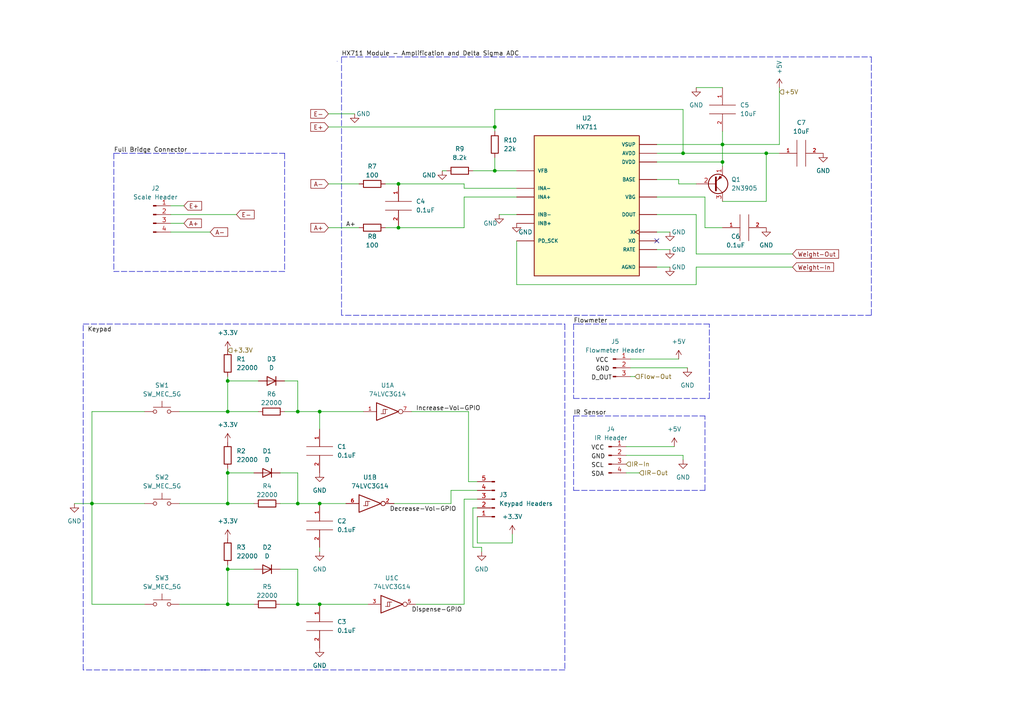
<source format=kicad_sch>
(kicad_sch (version 20211123) (generator eeschema)
  (paper "A4")
  (lib_symbols
    (symbol "74xGxx:74LVC3G14" (pin_names (offset 1.016))
      (property "Reference" "U" (at -2.54 3.81 0))
      (property "Value" "74LVC3G14" (at 0 -3.81 0))
      (symbol "74LVC3G14_0_1"
        (polyline (pts (xy -1.905 -0.635) (xy -1.27 -0.635) (xy -1.27 0.635)))
        (polyline (pts (xy -3.81 2.54) (xy -3.81 -2.54) (xy 2.54 0) (xy -3.81 2.54)) (stroke (width 0.254)))
        (polyline (pts (xy -2.54 -0.635) (xy -1.905 -0.635) (xy -1.905 0.635) (xy -0.635 0.635)))
        (pin power_in line (at 0 -2.54 270) (length 0) hide (name "GND") (number "4"))
        (pin power_in line (at 0 2.54 90) (length 0) hide (name "VCC") (number "8"))
      )
      (symbol "74LVC3G14_1_1"
        (pin input line (at -7.62 0 0) (length 3.81) (name "~") (number "1"))
        (pin output inverted (at 6.35 0 180) (length 3.81) (name "~") (number "7"))
      )
      (symbol "74LVC3G14_2_1"
        (pin output inverted (at 6.35 0 180) (length 3.81) (name "~") (number "2"))
        (pin input line (at -7.62 0 0) (length 3.81) (name "~") (number "6"))
      )
      (symbol "74LVC3G14_3_1"
        (pin input line (at -7.62 0 0) (length 3.81) (name "~") (number "3"))
        (pin output inverted (at 6.35 0 180) (length 3.81) (name "~") (number "5"))
      )
    )
    (symbol "Connector:Conn_01x03_Male" (pin_names (offset 1.016) hide)
      (property "Reference" "J" (at 0 5.08 0))
      (property "Value" "Conn_01x03_Male" (at 0 -5.08 0))
      (symbol "Conn_01x03_Male_1_1"
        (polyline (pts (xy 1.27 -2.54) (xy 0.8636 -2.54)) (stroke (width 0.1524)))
        (polyline (pts (xy 1.27 0) (xy 0.8636 0)) (stroke (width 0.1524)))
        (polyline (pts (xy 1.27 2.54) (xy 0.8636 2.54)) (stroke (width 0.1524)))
        (rectangle (start 0.8636 -2.413) (end 0 -2.667) (stroke (width 0.1524)) (fill (type outline)))
        (rectangle (start 0.8636 0.127) (end 0 -0.127) (stroke (width 0.1524)) (fill (type outline)))
        (rectangle (start 0.8636 2.667) (end 0 2.413) (stroke (width 0.1524)) (fill (type outline)))
        (pin passive line (at 5.08 2.54 180) (length 3.81) (name "Pin_1") (number "1"))
        (pin passive line (at 5.08 0 180) (length 3.81) (name "Pin_2") (number "2"))
        (pin passive line (at 5.08 -2.54 180) (length 3.81) (name "Pin_3") (number "3"))
      )
    )
    (symbol "Connector:Conn_01x04_Male" (pin_names (offset 1.016) hide)
      (property "Reference" "J" (at 0 5.08 0))
      (property "Value" "Conn_01x04_Male" (at 0 -7.62 0))
      (symbol "Conn_01x04_Male_1_1"
        (polyline (pts (xy 1.27 -5.08) (xy 0.8636 -5.08)) (stroke (width 0.1524)))
        (polyline (pts (xy 1.27 -2.54) (xy 0.8636 -2.54)) (stroke (width 0.1524)))
        (polyline (pts (xy 1.27 0) (xy 0.8636 0)) (stroke (width 0.1524)))
        (polyline (pts (xy 1.27 2.54) (xy 0.8636 2.54)) (stroke (width 0.1524)))
        (rectangle (start 0.8636 -4.953) (end 0 -5.207) (stroke (width 0.1524)) (fill (type outline)))
        (rectangle (start 0.8636 -2.413) (end 0 -2.667) (stroke (width 0.1524)) (fill (type outline)))
        (rectangle (start 0.8636 0.127) (end 0 -0.127) (stroke (width 0.1524)) (fill (type outline)))
        (rectangle (start 0.8636 2.667) (end 0 2.413) (stroke (width 0.1524)) (fill (type outline)))
        (pin passive line (at 5.08 2.54 180) (length 3.81) (name "Pin_1") (number "1"))
        (pin passive line (at 5.08 0 180) (length 3.81) (name "Pin_2") (number "2"))
        (pin passive line (at 5.08 -2.54 180) (length 3.81) (name "Pin_3") (number "3"))
        (pin passive line (at 5.08 -5.08 180) (length 3.81) (name "Pin_4") (number "4"))
      )
    )
    (symbol "Connector:Conn_01x05_Male" (pin_names (offset 1.016) hide)
      (property "Reference" "J" (at 0 7.62 0))
      (property "Value" "Conn_01x05_Male" (at 0 -7.62 0))
      (symbol "Conn_01x05_Male_1_1"
        (polyline (pts (xy 1.27 -5.08) (xy 0.8636 -5.08)) (stroke (width 0.1524)))
        (polyline (pts (xy 1.27 -2.54) (xy 0.8636 -2.54)) (stroke (width 0.1524)))
        (polyline (pts (xy 1.27 0) (xy 0.8636 0)) (stroke (width 0.1524)))
        (polyline (pts (xy 1.27 2.54) (xy 0.8636 2.54)) (stroke (width 0.1524)))
        (polyline (pts (xy 1.27 5.08) (xy 0.8636 5.08)) (stroke (width 0.1524)))
        (rectangle (start 0.8636 -4.953) (end 0 -5.207) (stroke (width 0.1524)) (fill (type outline)))
        (rectangle (start 0.8636 -2.413) (end 0 -2.667) (stroke (width 0.1524)) (fill (type outline)))
        (rectangle (start 0.8636 0.127) (end 0 -0.127) (stroke (width 0.1524)) (fill (type outline)))
        (rectangle (start 0.8636 2.667) (end 0 2.413) (stroke (width 0.1524)) (fill (type outline)))
        (rectangle (start 0.8636 5.207) (end 0 4.953) (stroke (width 0.1524)) (fill (type outline)))
        (pin passive line (at 5.08 5.08 180) (length 3.81) (name "Pin_1") (number "1"))
        (pin passive line (at 5.08 2.54 180) (length 3.81) (name "Pin_2") (number "2"))
        (pin passive line (at 5.08 0 180) (length 3.81) (name "Pin_3") (number "3"))
        (pin passive line (at 5.08 -2.54 180) (length 3.81) (name "Pin_4") (number "4"))
        (pin passive line (at 5.08 -5.08 180) (length 3.81) (name "Pin_5") (number "5"))
      )
    )
    (symbol "Device:D" (pin_numbers hide) (pin_names (offset 1.016) hide)
      (property "Reference" "D" (at 0 2.54 0))
      (property "Value" "D" (at 0 -2.54 0))
      (symbol "D_0_1"
        (polyline (pts (xy -1.27 1.27) (xy -1.27 -1.27)) (stroke (width 0.254)))
        (polyline (pts (xy 1.27 0) (xy -1.27 0)))
        (polyline (pts (xy 1.27 1.27) (xy 1.27 -1.27) (xy -1.27 0) (xy 1.27 1.27)) (stroke (width 0.254)))
      )
      (symbol "D_1_1"
        (pin passive line (at -3.81 0 0) (length 2.54) (name "K") (number "1"))
        (pin passive line (at 3.81 0 180) (length 2.54) (name "A") (number "2"))
      )
    )
    (symbol "Device:R" (pin_numbers hide) (pin_names (offset 0))
      (property "Reference" "R" (at 2.032 0 90))
      (property "Value" "R" (at 0 0 90))
      (symbol "R_0_1"
        (rectangle (start -1.016 -2.54) (end 1.016 2.54) (stroke (width 0.254)))
      )
      (symbol "R_1_1"
        (pin passive line (at 0 3.81 270) (length 1.27) (name "~") (number "1"))
        (pin passive line (at 0 -3.81 90) (length 1.27) (name "~") (number "2"))
      )
    )
    (symbol "HX711_1" (pin_numbers hide) (pin_names (offset 1.016))
      (property "Reference" "U" (at -15.24 22.86 0))
      (property "Value" "HX711_1" (at -15.24 -25.4 0))
      (symbol "HX711_1_0_0"
        (rectangle (start -15.24 -20.32) (end 15.24 20.32) (stroke (width 0.254)) (fill (type background)))
        (pin power_in line (at 20.32 17.78 180) (length 5.08) (name "VSUP") (number "1"))
        (pin input line (at -20.32 -5.08 0) (length 5.08) (name "INB+") (number "10"))
        (pin input line (at -20.32 -10.16 0) (length 5.08) (name "PD_SCK") (number "11"))
        (pin output line (at 20.32 -2.54 180) (length 5.08) (name "DOUT") (number "12"))
        (pin output line (at 20.32 -10.16 180) (length 5.08) (name "XO") (number "13"))
        (pin input clock (at 20.32 -7.62 180) (length 5.08) (name "XI") (number "14"))
        (pin input line (at 20.32 -12.7 180) (length 5.08) (name "RATE") (number "15"))
        (pin power_in line (at 20.32 12.7 180) (length 5.08) (name "DVDD") (number "16"))
        (pin output line (at 20.32 7.62 180) (length 5.08) (name "BASE") (number "2"))
        (pin power_in line (at 20.32 15.24 180) (length 5.08) (name "AVDD") (number "3"))
        (pin input line (at -20.32 10.16 0) (length 5.08) (name "VFB") (number "4"))
        (pin power_in line (at 20.32 -17.78 180) (length 5.08) (name "AGND") (number "5"))
        (pin output line (at 20.32 2.54 180) (length 5.08) (name "VBG") (number "6"))
        (pin input line (at -20.32 5.08 0) (length 5.08) (name "INA-") (number "7"))
        (pin input line (at -20.32 2.54 0) (length 5.08) (name "INA+") (number "8"))
        (pin input line (at -20.32 -2.54 0) (length 5.08) (name "INB-") (number "9"))
      )
    )
    (symbol "Switch:SW_MEC_5G" (pin_numbers hide) (pin_names (offset 1.016) hide)
      (property "Reference" "SW" (at 1.27 2.54 0))
      (property "Value" "SW_MEC_5G" (at 0 -1.524 0))
      (symbol "SW_MEC_5G_0_1"
        (circle (center -2.032 0) (radius 0.508))
        (polyline (pts (xy 0 1.27) (xy 0 3.048)))
        (polyline (pts (xy 2.54 1.27) (xy -2.54 1.27)))
        (circle (center 2.032 0) (radius 0.508))
        (pin passive line (at -5.08 0 0) (length 2.54) (name "A") (number "1"))
        (pin passive line (at 5.08 0 180) (length 2.54) (name "B") (number "3"))
      )
      (symbol "SW_MEC_5G_1_1"
        (pin passive line (at -5.08 0 0) (length 2.54) hide (name "A") (number "2"))
        (pin passive line (at 5.08 0 180) (length 2.54) hide (name "B") (number "4"))
      )
    )
    (symbol "Transistor_BJT:2N3905" (pin_names (offset 0) hide)
      (property "Reference" "Q" (at 5.08 1.905 0))
      (property "Value" "2N3905" (at 5.08 0 0))
      (symbol "2N3905_0_1"
        (polyline (pts (xy 0.635 0.635) (xy 2.54 2.54)))
        (polyline (pts (xy 0.635 -0.635) (xy 2.54 -2.54) (xy 2.54 -2.54)))
        (polyline (pts (xy 0.635 1.905) (xy 0.635 -1.905) (xy 0.635 -1.905)) (stroke (width 0.508)))
        (polyline (pts (xy 2.286 -1.778) (xy 1.778 -2.286) (xy 1.27 -1.27) (xy 2.286 -1.778) (xy 2.286 -1.778)) (fill (type outline)))
        (circle (center 1.27 0) (radius 2.8194) (stroke (width 0.254)))
      )
      (symbol "2N3905_1_1"
        (pin passive line (at 2.54 -5.08 90) (length 2.54) (name "E") (number "1"))
        (pin input line (at -5.08 0 0) (length 5.715) (name "B") (number "2"))
        (pin passive line (at 2.54 5.08 270) (length 2.54) (name "C") (number "3"))
      )
    )
    (symbol "power:+3.3V" (power) (pin_names (offset 0))
      (property "Value" "+3.3V" (at 0 3.556 0))
      (symbol "+3.3V_0_1"
        (polyline (pts (xy -0.762 1.27) (xy 0 2.54)))
        (polyline (pts (xy 0 0) (xy 0 2.54)))
        (polyline (pts (xy 0 2.54) (xy 0.762 1.27)))
      )
      (symbol "+3.3V_1_1"
        (pin power_in line (at 0 0 90) (length 0) hide (name "+3.3V") (number "1"))
      )
    )
    (symbol "power:+5V" (power) (pin_names (offset 0))
      (property "Value" "+5V" (at 0 3.556 0))
      (symbol "+5V_0_1"
        (polyline (pts (xy -0.762 1.27) (xy 0 2.54)))
        (polyline (pts (xy 0 0) (xy 0 2.54)))
        (polyline (pts (xy 0 2.54) (xy 0.762 1.27)))
      )
      (symbol "+5V_1_1"
        (pin power_in line (at 0 0 90) (length 0) hide (name "+5V") (number "1"))
      )
    )
    (symbol "power:GND" (power) (pin_names (offset 0))
      (property "Value" "GND" (at 0 -3.81 0))
      (symbol "GND_0_1"
        (polyline (pts (xy 0 0) (xy 0 -1.27) (xy 1.27 -1.27) (xy 0 -2.54) (xy -1.27 -1.27) (xy 0 -1.27)))
      )
      (symbol "GND_1_1"
        (pin power_in line (at 0 0 270) (length 0) hide (name "GND") (number "1"))
      )
    )
    (symbol "pspice:CAP" (pin_names (offset 0.254))
      (property "Reference" "C" (at 2.54 3.81 90))
      (property "Value" "CAP" (at 2.54 -3.81 90))
      (symbol "CAP_0_1"
        (polyline (pts (xy -3.81 -1.27) (xy 3.81 -1.27)))
        (polyline (pts (xy -3.81 1.27) (xy 3.81 1.27)))
      )
      (symbol "CAP_1_1"
        (pin passive line (at 0 6.35 270) (length 5.08) (name "~") (number "1"))
        (pin passive line (at 0 -6.35 90) (length 5.08) (name "~") (number "2"))
      )
    )
  )
  (junction (at 92.71 146.05))
  (junction (at 86.36 119.38))
  (junction (at 209.55 41.91))
  (junction (at 86.36 175.26))
  (junction (at 66.04 110.49))
  (junction (at 66.04 119.38))
  (junction (at 222.25 44.45))
  (junction (at 66.04 165.1))
  (junction (at 66.04 175.26))
  (junction (at 86.36 146.05))
  (junction (at 198.12 44.45))
  (junction (at 66.04 137.16))
  (junction (at 143.51 36.83))
  (junction (at 115.57 66.04))
  (junction (at 209.55 46.99))
  (junction (at 26.67 146.05))
  (junction (at 143.51 49.53))
  (junction (at 115.57 53.34))
  (junction (at 92.71 119.38))
  (junction (at 92.71 175.26))
  (junction (at 66.04 146.05))
  (no_connect (at 190.5 69.85))
  (wire (pts (xy 194.31 77.47) (xy 190.5 77.47)))
  (wire (pts (xy 181.61 129.54) (xy 195.58 129.54)))
  (wire (pts (xy 137.16 147.32) (xy 137.16 158.75)))
  (wire (pts (xy 66.04 165.1) (xy 66.04 175.26)))
  (wire (pts (xy 26.67 119.38) (xy 26.67 146.05)))
  (wire (pts (xy 194.31 67.31) (xy 190.5 67.31)))
  (polyline (pts (xy 24.13 194.31) (xy 24.13 93.98)))
  (wire (pts (xy 196.85 53.34) (xy 196.85 52.07)))
  (wire (pts (xy 86.36 146.05) (xy 92.71 146.05)))
  (wire (pts (xy 190.5 57.15) (xy 204.47 57.15)))
  (wire (pts (xy 201.93 25.4) (xy 209.55 25.4)))
  (wire (pts (xy 134.62 54.61) (xy 149.86 54.61)))
  (wire (pts (xy 143.51 49.53) (xy 149.86 49.53)))
  (wire (pts (xy 92.71 119.38) (xy 105.41 119.38)))
  (wire (pts (xy 26.67 175.26) (xy 41.91 175.26)))
  (polyline (pts (xy 204.47 142.24) (xy 204.47 120.65)))
  (wire (pts (xy 134.62 53.34) (xy 134.62 54.61)))
  (wire (pts (xy 196.85 52.07) (xy 190.5 52.07)))
  (wire (pts (xy 49.53 67.31) (xy 60.96 67.31)))
  (wire (pts (xy 190.5 44.45) (xy 198.12 44.45)))
  (wire (pts (xy 52.07 175.26) (xy 66.04 175.26)))
  (wire (pts (xy 182.88 104.14) (xy 196.85 104.14)))
  (wire (pts (xy 86.36 119.38) (xy 92.71 119.38)))
  (wire (pts (xy 148.59 154.94) (xy 148.59 157.48)))
  (wire (pts (xy 226.06 41.91) (xy 226.06 25.4)))
  (wire (pts (xy 66.04 175.26) (xy 73.66 175.26)))
  (wire (pts (xy 190.5 62.23) (xy 201.93 62.23)))
  (wire (pts (xy 182.88 106.68) (xy 199.39 106.68)))
  (wire (pts (xy 86.36 137.16) (xy 86.36 146.05)))
  (wire (pts (xy 66.04 119.38) (xy 74.93 119.38)))
  (polyline (pts (xy 163.83 93.98) (xy 163.83 194.31)))
  (wire (pts (xy 66.04 146.05) (xy 73.66 146.05)))
  (wire (pts (xy 66.04 137.16) (xy 73.66 137.16)))
  (wire (pts (xy 143.51 45.72) (xy 143.51 49.53)))
  (wire (pts (xy 49.53 59.69) (xy 53.34 59.69)))
  (wire (pts (xy 81.28 137.16) (xy 86.36 137.16)))
  (polyline (pts (xy 82.55 78.74) (xy 33.02 78.74)))
  (wire (pts (xy 144.78 62.23) (xy 149.86 62.23)))
  (wire (pts (xy 138.43 149.86) (xy 138.43 157.48)))
  (wire (pts (xy 204.47 66.04) (xy 209.55 66.04)))
  (wire (pts (xy 66.04 165.1) (xy 73.66 165.1)))
  (wire (pts (xy 95.25 66.04) (xy 104.14 66.04)))
  (wire (pts (xy 181.61 137.16) (xy 185.42 137.16)))
  (wire (pts (xy 130.81 142.24) (xy 138.43 142.24)))
  (polyline (pts (xy 24.13 93.98) (xy 163.83 93.98)))
  (wire (pts (xy 190.5 46.99) (xy 209.55 46.99)))
  (wire (pts (xy 143.51 31.75) (xy 143.51 36.83)))
  (wire (pts (xy 137.16 158.75) (xy 139.7 158.75)))
  (wire (pts (xy 201.93 53.34) (xy 196.85 53.34)))
  (wire (pts (xy 209.55 41.91) (xy 209.55 46.99)))
  (wire (pts (xy 81.28 175.26) (xy 86.36 175.26)))
  (polyline (pts (xy 166.37 120.65) (xy 204.47 120.65)))
  (wire (pts (xy 201.93 82.55) (xy 201.93 77.47)))
  (polyline (pts (xy 82.55 44.45) (xy 82.55 78.74)))
  (wire (pts (xy 134.62 144.78) (xy 138.43 144.78)))
  (polyline (pts (xy 167.64 93.98) (xy 166.37 93.98)))
  (wire (pts (xy 66.04 110.49) (xy 74.93 110.49)))
  (wire (pts (xy 222.25 44.45) (xy 222.25 58.42)))
  (polyline (pts (xy 166.37 115.57) (xy 205.74 115.57)))
  (wire (pts (xy 134.62 57.15) (xy 149.86 57.15)))
  (wire (pts (xy 209.55 58.42) (xy 222.25 58.42)))
  (wire (pts (xy 209.55 46.99) (xy 209.55 48.26)))
  (wire (pts (xy 92.71 119.38) (xy 92.71 124.46)))
  (wire (pts (xy 66.04 137.16) (xy 66.04 146.05)))
  (wire (pts (xy 119.38 119.38) (xy 135.89 119.38)))
  (polyline (pts (xy 33.02 44.45) (xy 33.02 78.74)))
  (wire (pts (xy 135.89 139.7) (xy 138.43 139.7)))
  (wire (pts (xy 52.07 119.38) (xy 66.04 119.38)))
  (wire (pts (xy 128.27 49.53) (xy 129.54 49.53)))
  (wire (pts (xy 86.36 165.1) (xy 86.36 175.26)))
  (polyline (pts (xy 163.83 194.31) (xy 24.13 194.31)))
  (wire (pts (xy 26.67 146.05) (xy 26.67 175.26)))
  (wire (pts (xy 86.36 175.26) (xy 92.71 175.26)))
  (wire (pts (xy 66.04 165.1) (xy 66.04 163.83)))
  (wire (pts (xy 115.57 53.34) (xy 134.62 53.34)))
  (wire (pts (xy 139.7 158.75) (xy 139.7 160.02)))
  (wire (pts (xy 26.67 146.05) (xy 41.91 146.05)))
  (wire (pts (xy 194.31 72.39) (xy 190.5 72.39)))
  (polyline (pts (xy 59.69 194.31) (xy 58.42 194.31)))
  (wire (pts (xy 138.43 147.32) (xy 137.16 147.32)))
  (wire (pts (xy 81.28 146.05) (xy 86.36 146.05)))
  (wire (pts (xy 95.25 36.83) (xy 143.51 36.83)))
  (wire (pts (xy 134.62 175.26) (xy 134.62 144.78)))
  (polyline (pts (xy 99.06 16.51) (xy 252.73 16.51)))
  (polyline (pts (xy 166.37 120.65) (xy 166.37 142.24)))
  (wire (pts (xy 81.28 165.1) (xy 86.36 165.1)))
  (polyline (pts (xy 205.74 93.98) (xy 167.64 93.98)))
  (wire (pts (xy 115.57 66.04) (xy 134.62 66.04)))
  (wire (pts (xy 95.25 33.02) (xy 102.87 33.02)))
  (polyline (pts (xy 97.79 17.78) (xy 97.79 17.78)))
  (polyline (pts (xy 33.02 44.45) (xy 82.55 44.45)))
  (wire (pts (xy 134.62 66.04) (xy 134.62 57.15)))
  (wire (pts (xy 49.53 62.23) (xy 68.58 62.23)))
  (wire (pts (xy 149.86 82.55) (xy 201.93 82.55)))
  (wire (pts (xy 135.89 119.38) (xy 135.89 139.7)))
  (wire (pts (xy 130.81 146.05) (xy 130.81 142.24)))
  (wire (pts (xy 209.55 41.91) (xy 226.06 41.91)))
  (polyline (pts (xy 205.74 115.57) (xy 205.74 93.98)))
  (wire (pts (xy 137.16 49.53) (xy 143.51 49.53)))
  (wire (pts (xy 66.04 110.49) (xy 66.04 119.38)))
  (wire (pts (xy 182.88 109.22) (xy 184.15 109.22)))
  (wire (pts (xy 92.71 158.75) (xy 92.71 160.02)))
  (wire (pts (xy 190.5 41.91) (xy 209.55 41.91)))
  (wire (pts (xy 198.12 44.45) (xy 222.25 44.45)))
  (wire (pts (xy 92.71 146.05) (xy 100.33 146.05)))
  (wire (pts (xy 181.61 132.08) (xy 198.12 132.08)))
  (polyline (pts (xy 99.06 91.44) (xy 99.06 16.51)))
  (wire (pts (xy 49.53 64.77) (xy 53.34 64.77)))
  (wire (pts (xy 111.76 53.34) (xy 115.57 53.34)))
  (polyline (pts (xy 252.73 16.51) (xy 252.73 91.44)))
  (wire (pts (xy 138.43 157.48) (xy 148.59 157.48)))
  (wire (pts (xy 41.91 119.38) (xy 26.67 119.38)))
  (wire (pts (xy 120.65 175.26) (xy 134.62 175.26)))
  (wire (pts (xy 201.93 62.23) (xy 201.93 73.66)))
  (wire (pts (xy 222.25 44.45) (xy 226.06 44.45)))
  (wire (pts (xy 86.36 110.49) (xy 86.36 119.38)))
  (wire (pts (xy 66.04 137.16) (xy 66.04 135.89)))
  (wire (pts (xy 66.04 110.49) (xy 66.04 109.22)))
  (wire (pts (xy 82.55 110.49) (xy 86.36 110.49)))
  (wire (pts (xy 92.71 175.26) (xy 106.68 175.26)))
  (wire (pts (xy 198.12 132.08) (xy 198.12 133.35)))
  (wire (pts (xy 111.76 66.04) (xy 115.57 66.04)))
  (wire (pts (xy 52.07 146.05) (xy 66.04 146.05)))
  (wire (pts (xy 201.93 73.66) (xy 229.87 73.66)))
  (wire (pts (xy 114.3 146.05) (xy 130.81 146.05)))
  (polyline (pts (xy 166.37 93.98) (xy 166.37 115.57)))
  (wire (pts (xy 82.55 119.38) (xy 86.36 119.38)))
  (polyline (pts (xy 252.73 91.44) (xy 99.06 91.44)))
  (wire (pts (xy 201.93 77.47) (xy 229.87 77.47)))
  (wire (pts (xy 143.51 31.75) (xy 198.12 31.75)))
  (wire (pts (xy 21.59 146.05) (xy 26.67 146.05)))
  (wire (pts (xy 209.55 38.1) (xy 209.55 41.91)))
  (polyline (pts (xy 166.37 142.24) (xy 204.47 142.24)))
  (wire (pts (xy 149.86 69.85) (xy 149.86 82.55)))
  (wire (pts (xy 143.51 36.83) (xy 143.51 38.1)))
  (wire (pts (xy 204.47 57.15) (xy 204.47 66.04)))
  (wire (pts (xy 198.12 31.75) (xy 198.12 44.45)))
  (wire (pts (xy 95.25 53.34) (xy 104.14 53.34)))
  (label "Flowmeter" (at 166.37 93.98 0))
  (label "Decrease-Vol-GPIO" (at 113.03 148.59 0))
  (label "HX711 Module - Amplification and Delta Sigma ADC" (at 99.06 16.51 0))
  (label "Increase-Vol-GPIO" (at 120.65 119.38 0))
  (label "IR Sensor" (at 166.37 120.65 0))
  (label "D_OUT" (at 171.45 110.49 0))
  (label "SCL" (at 171.45 135.89 0))
  (label "Full Bridge Connector" (at 33.02 44.45 0))
  (label "Keypad" (at 25.4 96.52 0))
  (label "VCC" (at 171.45 130.81 0))
  (label "GND" (at 171.45 133.35 0))
  (label "VCC" (at 172.72 105.41 0))
  (label "GND" (at 172.72 107.95 0))
  (label "A+" (at 100.33 66.04 0))
  (label "Dispense-GPIO" (at 119.38 177.8 0))
  (label "SDA" (at 171.45 138.43 0))
  (global_label "A+" (shape input) (at 53.34 64.77 0) (property "Intersheet References" "${INTERSHEET_REFS}" (effects hide)))
  (global_label "E-" (shape input) (at 95.25 33.02 180) (property "Intersheet References" "${INTERSHEET_REFS}" (effects hide)))
  (global_label "Weight-Out" (shape input) (at 229.87 73.66 0) (property "Intersheet References" "${INTERSHEET_REFS}" (effects hide)))
  (global_label "E-" (shape input) (at 68.58 62.23 0) (property "Intersheet References" "${INTERSHEET_REFS}" (effects hide)))
  (global_label "E+" (shape input) (at 53.34 59.69 0) (property "Intersheet References" "${INTERSHEET_REFS}" (effects hide)))
  (global_label "A-" (shape input) (at 60.96 67.31 0) (property "Intersheet References" "${INTERSHEET_REFS}" (effects hide)))
  (global_label "A+" (shape input) (at 95.25 66.04 180) (property "Intersheet References" "${INTERSHEET_REFS}" (effects hide)))
  (global_label "E+" (shape input) (at 95.25 36.83 180) (property "Intersheet References" "${INTERSHEET_REFS}" (effects hide)))
  (global_label "A-" (shape input) (at 95.25 53.34 180) (property "Intersheet References" "${INTERSHEET_REFS}" (effects hide)))
  (global_label "Weight-In" (shape input) (at 229.87 77.47 0) (property "Intersheet References" "${INTERSHEET_REFS}" (effects hide)))
  (hierarchical_label "+3.3V" (shape input) (at 66.04 101.6 0))
  (hierarchical_label "Flow-Out" (shape input) (at 184.15 109.22 0))
  (hierarchical_label "+5V" (shape input) (at 226.06 26.67 0))
  (hierarchical_label "IR-Out" (shape input) (at 185.42 137.16 0))
  (hierarchical_label "IR-In" (shape input) (at 181.61 134.62 0))
  (symbol (lib_id "power:+3.3V") (at 66.04 128.27 0) (unit 1)
    (property "Reference" "#PWR05" (effects hide))
    (property "Value" "+3.3V" (at 66.04 123.19 0))
  )
  (symbol (lib_id "Device:R") (at 66.04 160.02 0) (unit 1)
    (property "Reference" "R3" (at 68.58 158.7499 0) (effects (justify left)))
    (property "Value" "22000" (at 68.58 161.2899 0) (effects (justify left)))
    (property "Footprint" "Resistor_SMD:R_0603_1608Metric_Pad0.98x0.95mm_HandSolder" (effects hide))
  )
  (symbol (lib_id "Connector:Conn_01x04_Male") (at 44.45 62.23 0) (unit 1)
    (property "Reference" "J2" (at 45.085 54.61 0))
    (property "Value" "Scale Header" (at 45.085 57.15 0))
    (property "Footprint" "Connector_Molex:Molex_KK-396_A-41791-0004_1x04_P3.96mm_Vertical" (effects hide))
  )
  (symbol (lib_id "74xGxx:74LVC3G14") (at 113.03 119.38 0) (unit 1)
    (property "Reference" "U1" (at 112.395 111.76 0))
    (property "Value" "74LVC3G14" (at 112.395 114.3 0))
    (property "Footprint" "Package_SO:MSOP-8_3x3mm_P0.65mm" (effects hide))
    (property "Datasheet" "https://www.ti.com/lit/ds/symlink/sn74lvc3g14.pdf" (effects hide))
  )
  (symbol (lib_id "Device:R") (at 143.51 41.91 0) (unit 1)
    (property "Reference" "R10" (at 146.05 40.6399 0) (effects (justify left)))
    (property "Value" "22k" (at 146.05 43.1799 0) (effects (justify left)))
    (property "Footprint" "Resistor_SMD:R_0603_1608Metric_Pad0.98x0.95mm_HandSolder" (effects hide))
  )
  (symbol (lib_id "power:+3.3V") (at 66.04 156.21 0) (unit 1)
    (property "Reference" "#PWR06" (effects hide))
    (property "Value" "+3.3V" (at 66.04 151.13 0))
  )
  (symbol (lib_id "power:GND") (at 201.93 25.4 0) (unit 1)
    (property "Reference" "#PWR023" (effects hide))
    (property "Value" "GND" (at 201.93 30.48 0))
  )
  (symbol (lib_id "pspice:CAP") (at 115.57 59.69 0) (unit 1)
    (property "Reference" "C4" (at 120.65 58.4199 0) (effects (justify left)))
    (property "Value" "0.1uF" (at 120.65 60.9599 0) (effects (justify left)))
    (property "Footprint" "Capacitor_SMD:C_0603_1608Metric_Pad1.08x0.95mm_HandSolder" (effects hide))
  )
  (symbol (lib_id "power:GND") (at 194.31 77.47 0) (unit 1)
    (property "Reference" "#PWR018" (effects hide))
    (property "Value" "GND" (at 196.85 77.47 0))
  )
  (symbol (lib_id "Transistor_BJT:2N3905") (at 207.01 53.34 0) (mirror x) (unit 1)
    (property "Reference" "Q1" (at 212.09 52.0699 0) (effects (justify left)))
    (property "Value" "2N3905" (at 212.09 54.6099 0) (effects (justify left)))
    (property "Footprint" "Package_TO_SOT_SMD:SOT-23" (effects hide))
    (property "Datasheet" "https://www.nteinc.com/specs/original/2N3905_06.pdf" (effects hide))
  )
  (symbol (lib_id "power:GND") (at 198.12 133.35 0) (unit 1)
    (property "Reference" "#PWR021" (effects hide))
    (property "Value" "GND" (at 198.12 138.43 0))
  )
  (symbol (lib_id "Switch:SW_MEC_5G") (at 46.99 119.38 0) (unit 1)
    (property "Reference" "SW1" (at 46.99 111.76 0))
    (property "Value" "SW_MEC_5G" (at 46.99 114.3 0))
    (property "Footprint" "Button_Switch_THT:KSA_Tactile_SPST" (effects hide))
    (property "Datasheet" "http://www.apem.com/int/index.php?controller=attachment&id_attachment=488" (effects hide))
  )
  (symbol (lib_id "power:GND") (at 21.59 146.05 0) (unit 1)
    (property "Reference" "#PWR01" (effects hide))
    (property "Value" "GND" (at 21.59 151.13 0))
  )
  (symbol (lib_id "74xGxx:74LVC3G14") (at 107.95 146.05 0) (unit 2)
    (property "Reference" "U1" (at 107.315 138.43 0))
    (property "Value" "74LVC3G14" (at 107.315 140.97 0))
    (property "Footprint" "Package_SO:MSOP-8_3x3mm_P0.65mm" (effects hide))
    (property "Datasheet" "https://www.ti.com/lit/ds/symlink/sn74lvc3g14.pdf" (effects hide))
  )
  (symbol (lib_id "74xGxx:74LVC3G14") (at 114.3 175.26 0) (unit 3)
    (property "Reference" "U1" (at 113.665 167.64 0))
    (property "Value" "74LVC3G14" (at 113.665 170.18 0))
    (property "Footprint" "Package_SO:MSOP-8_3x3mm_P0.65mm" (effects hide))
    (property "Datasheet" "https://www.ti.com/lit/ds/symlink/sn74lvc3g14.pdf" (effects hide))
  )
  (symbol (lib_id "Device:R") (at 77.47 146.05 270) (unit 1)
    (property "Reference" "R4" (at 77.47 140.97 90))
    (property "Value" "22000" (at 77.47 143.51 90))
    (property "Footprint" "Resistor_SMD:R_0603_1608Metric_Pad0.98x0.95mm_HandSolder" (effects hide))
  )
  (symbol (lib_id "power:+3.3V") (at 66.04 101.6 0) (unit 1)
    (property "Reference" "#PWR04" (effects hide))
    (property "Value" "+3.3V" (at 66.04 96.52 0))
  )
  (symbol (lib_id "power:+3.3V") (at 148.59 154.94 0) (unit 1)
    (property "Reference" "#PWR014" (effects hide))
    (property "Value" "+3.3V" (at 148.59 149.86 0))
  )
  (symbol (lib_id "Device:D") (at 77.47 137.16 180) (unit 1)
    (property "Reference" "D1" (at 77.47 130.81 0))
    (property "Value" "D" (at 77.47 133.35 0))
    (property "Footprint" "Diode_SMD:D_0603_1608Metric_Pad1.05x0.95mm_HandSolder" (effects hide))
  )
  (symbol (lib_id "Device:R") (at 78.74 119.38 90) (unit 1)
    (property "Reference" "R6" (at 78.74 114.3 90))
    (property "Value" "22000" (at 78.74 116.84 90))
    (property "Footprint" "Resistor_SMD:R_0603_1608Metric_Pad0.98x0.95mm_HandSolder" (effects hide))
  )
  (symbol (lib_id "power:GND") (at 238.76 44.45 0) (unit 1)
    (property "Reference" "#PWR026" (effects hide))
    (property "Value" "GND" (at 238.76 49.53 0))
  )
  (symbol (lib_id "Device:R") (at 66.04 105.41 0) (unit 1)
    (property "Reference" "R1" (at 68.58 104.1399 0) (effects (justify left)))
    (property "Value" "22000" (at 68.58 106.6799 0) (effects (justify left)))
    (property "Footprint" "Resistor_SMD:R_0603_1608Metric_Pad0.98x0.95mm_HandSolder" (effects hide))
  )
  (symbol (lib_id "Device:R") (at 66.04 132.08 0) (unit 1)
    (property "Reference" "R2" (at 68.58 130.8099 0) (effects (justify left)))
    (property "Value" "22000" (at 68.58 133.3499 0) (effects (justify left)))
    (property "Footprint" "Resistor_SMD:R_0603_1608Metric_Pad0.98x0.95mm_HandSolder" (effects hide))
  )
  (symbol (lib_id "Connector:Conn_01x05_Male") (at 143.51 144.78 180) (unit 1)
    (property "Reference" "J3" (at 144.78 143.5099 0) (effects (justify right)))
    (property "Value" "Keypad Headers" (at 144.78 146.0499 0) (effects (justify right)))
    (property "Footprint" "Connector_Molex:Molex_KK-396_A-41791-0005_1x05_P3.96mm_Vertical" (effects hide))
  )
  (symbol (lib_id "power:GND") (at 92.71 160.02 0) (unit 1)
    (property "Reference" "#PWR08" (effects hide))
    (property "Value" "GND" (at 92.71 165.1 0))
  )
  (symbol (lib_id "pspice:CAP") (at 209.55 31.75 0) (unit 1)
    (property "Reference" "C5" (at 214.63 30.4799 0) (effects (justify left)))
    (property "Value" "10uF" (at 214.63 33.0199 0) (effects (justify left)))
    (property "Footprint" "Capacitor_SMD:C_0603_1608Metric_Pad1.08x0.95mm_HandSolder" (effects hide))
  )
  (symbol (lib_id "power:GND") (at 102.87 33.02 0) (unit 1)
    (property "Reference" "#PWR010" (effects hide))
    (property "Value" "GND" (at 105.41 33.02 0))
  )
  (symbol (lib_id "power:GND") (at 139.7 160.02 0) (unit 1)
    (property "Reference" "#PWR012" (effects hide))
    (property "Value" "GND" (at 139.7 165.1 0))
  )
  (symbol (lib_id "Device:R") (at 107.95 53.34 90) (unit 1)
    (property "Reference" "R7" (at 107.95 48.26 90))
    (property "Value" "100" (at 107.95 50.8 90))
    (property "Footprint" "Resistor_SMD:R_0603_1608Metric_Pad0.98x0.95mm_HandSolder" (effects hide))
  )
  (symbol (lib_id "power:GND") (at 92.71 187.96 0) (unit 1)
    (property "Reference" "#PWR09" (effects hide))
    (property "Value" "GND" (at 92.71 193.04 0))
  )
  (symbol (lib_id "pspice:CAP") (at 232.41 44.45 90) (unit 1)
    (property "Reference" "C7" (at 232.41 35.56 90))
    (property "Value" "10uF" (at 232.41 38.1 90))
    (property "Footprint" "Capacitor_SMD:C_0603_1608Metric_Pad1.08x0.95mm_HandSolder" (effects hide))
  )
  (symbol (lib_id "power:GND") (at 92.71 137.16 0) (unit 1)
    (property "Reference" "#PWR07" (effects hide))
    (property "Value" "GND" (at 92.71 142.24 0))
  )
  (symbol (lib_id "power:GND") (at 144.78 62.23 0) (unit 1)
    (property "Reference" "#PWR013" (effects hide))
    (property "Value" "GND" (at 142.24 64.77 0))
  )
  (symbol (lib_id "Device:D") (at 77.47 165.1 180) (unit 1)
    (property "Reference" "D2" (at 77.47 158.75 0))
    (property "Value" "D" (at 77.47 161.29 0))
    (property "Footprint" "Diode_SMD:D_0603_1608Metric_Pad1.05x0.95mm_HandSolder" (effects hide))
  )
  (symbol (lib_id "Switch:SW_MEC_5G") (at 46.99 146.05 0) (unit 1)
    (property "Reference" "SW2" (at 46.99 138.43 0))
    (property "Value" "SW_MEC_5G" (at 46.99 140.97 0))
    (property "Footprint" "Button_Switch_THT:KSA_Tactile_SPST" (effects hide))
    (property "Datasheet" "http://www.apem.com/int/index.php?controller=attachment&id_attachment=488" (effects hide))
  )
  (symbol (lib_id "power:GND") (at 194.31 67.31 0) (unit 1)
    (property "Reference" "#PWR016" (effects hide))
    (property "Value" "GND" (at 196.85 67.31 0))
  )
  (symbol (lib_id "power:GND") (at 199.39 106.68 0) (unit 1)
    (property "Reference" "#PWR022" (effects hide))
    (property "Value" "GND" (at 199.39 111.76 0))
  )
  (symbol (lib_id "Device:D") (at 78.74 110.49 180) (unit 1)
    (property "Reference" "D3" (at 78.74 104.14 0))
    (property "Value" "D" (at 78.74 106.68 0))
    (property "Footprint" "Diode_SMD:D_0603_1608Metric_Pad1.05x0.95mm_HandSolder" (effects hide))
  )
  (symbol (lib_id "power:GND") (at 128.27 49.53 0) (unit 1)
    (property "Reference" "#PWR011" (effects hide))
    (property "Value" "GND" (at 124.46 50.8 0))
  )
  (symbol (lib_id "power:+5V") (at 226.06 25.4 0) (unit 1)
    (property "Reference" "#PWR025" (effects hide))
    (property "Value" "+5V" (at 226.06 21.59 90) (effects (justify left)))
  )
  (symbol (lib_id "pspice:CAP") (at 92.71 181.61 0) (unit 1)
    (property "Reference" "C3" (at 97.79 180.3399 0) (effects (justify left)))
    (property "Value" "0.1uF" (at 97.79 182.8799 0) (effects (justify left)))
    (property "Footprint" "Capacitor_SMD:C_0603_1608Metric_Pad1.08x0.95mm_HandSolder" (effects hide))
  )
  (symbol (lib_id "Device:R") (at 133.35 49.53 90) (unit 1)
    (property "Reference" "R9" (at 133.35 43.18 90))
    (property "Value" "8.2k" (at 133.35 45.72 90))
    (property "Footprint" "Resistor_SMD:R_0603_1608Metric_Pad0.98x0.95mm_HandSolder" (effects hide))
  )
  (symbol (lib_id "Connector:Conn_01x04_Male") (at 176.53 132.08 0) (unit 1)
    (property "Reference" "J4" (at 177.165 124.46 0))
    (property "Value" "IR Header" (at 177.165 127 0))
    (property "Footprint" "Connector_Molex:Molex_KK-396_A-41791-0004_1x04_P3.96mm_Vertical" (effects hide))
  )
  (symbol (lib_id "Device:R") (at 77.47 175.26 90) (mirror x) (unit 1)
    (property "Reference" "R5" (at 77.47 170.18 90))
    (property "Value" "22000" (at 77.47 172.72 90))
    (property "Footprint" "Resistor_SMD:R_0603_1608Metric_Pad0.98x0.95mm_HandSolder" (effects hide))
  )
  (symbol (lib_id "Device:R") (at 107.95 66.04 90) (unit 1)
    (property "Reference" "R8" (at 107.95 68.58 90))
    (property "Value" "100" (at 107.95 71.12 90))
    (property "Footprint" "Resistor_SMD:R_0603_1608Metric_Pad0.98x0.95mm_HandSolder" (effects hide))
  )
  (symbol (lib_id "pspice:CAP") (at 92.71 152.4 0) (unit 1)
    (property "Reference" "C2" (at 97.79 151.1299 0) (effects (justify left)))
    (property "Value" "0.1uF" (at 97.79 153.6699 0) (effects (justify left)))
    (property "Footprint" "Capacitor_SMD:C_0603_1608Metric_Pad1.08x0.95mm_HandSolder" (effects hide))
  )
  (symbol (lib_id "power:GND") (at 149.86 64.77 0) (unit 1)
    (property "Reference" "#PWR015" (effects hide))
    (property "Value" "GND" (at 152.4 67.31 0))
  )
  (symbol (lib_id "power:+5V") (at 195.58 129.54 0) (unit 1)
    (property "Reference" "#PWR019" (effects hide))
    (property "Value" "+5V" (at 195.58 124.46 0))
  )
  (symbol (lib_name "HX711_1") (lib_id "Sensor_System_Sen_Des:HX711") (at 170.18 59.69 0) (unit 1)
    (property "Reference" "U2" (at 170.18 34.29 0))
    (property "Value" "HX711" (at 170.18 36.83 0))
    (property "Footprint" "Package_SO:SOP-16_3.9x9.9mm_P1.27mm" (effects hide))
    (property "MAXIMUM_PACKAGE_HEIGHT" "1.8 mm" (effects hide))
    (property "STANDARD" "IPC-7351B" (effects hide))
    (property "PARTREV" "V2.0" (effects hide))
    (property "MANUFACTURER" "Avia Semiconductor" (effects hide))
    (property "SNAPEDA_PN" "HX711" (effects hide))
  )
  (symbol (lib_id "Switch:SW_MEC_5G") (at 46.99 175.26 0) (unit 1)
    (property "Reference" "SW3" (at 46.99 167.64 0))
    (property "Value" "SW_MEC_5G" (at 46.99 170.18 0))
    (property "Footprint" "Button_Switch_THT:KSA_Tactile_SPST" (effects hide))
    (property "Datasheet" "http://www.apem.com/int/index.php?controller=attachment&id_attachment=488" (effects hide))
  )
  (symbol (lib_id "Connector:Conn_01x03_Male") (at 177.8 106.68 0) (unit 1)
    (property "Reference" "J5" (at 178.435 99.06 0))
    (property "Value" "Flowmeter Header" (at 178.435 101.6 0))
    (property "Footprint" "Connector_Molex:Molex_KK-396_A-41791-0003_1x03_P3.96mm_Vertical" (effects hide))
  )
  (symbol (lib_id "pspice:CAP") (at 215.9 66.04 90) (unit 1)
    (property "Reference" "C6" (at 213.36 68.58 90))
    (property "Value" "0.1uF" (at 213.36 71.12 90))
    (property "Footprint" "Capacitor_SMD:C_0603_1608Metric_Pad1.08x0.95mm_HandSolder" (effects hide))
  )
  (symbol (lib_id "power:GND") (at 194.31 72.39 0) (unit 1)
    (property "Reference" "#PWR017" (effects hide))
    (property "Value" "GND" (at 196.85 72.39 0))
  )
  (symbol (lib_id "pspice:CAP") (at 92.71 130.81 0) (unit 1)
    (property "Reference" "C1" (at 97.79 129.5399 0) (effects (justify left)))
    (property "Value" "0.1uF" (at 97.79 132.0799 0) (effects (justify left)))
    (property "Footprint" "Capacitor_SMD:C_0603_1608Metric_Pad1.08x0.95mm_HandSolder" (effects hide))
  )
  (symbol (lib_id "power:GND") (at 222.25 66.04 0) (unit 1)
    (property "Reference" "#PWR024" (effects hide))
    (property "Value" "GND" (at 222.25 71.12 0))
  )
  (symbol (lib_id "power:+5V") (at 196.85 104.14 0) (unit 1)
    (property "Reference" "#PWR020" (effects hide))
    (property "Value" "+5V" (at 196.85 99.06 0))
  )
  (sheet (at 308.61 218.44) (size 304.8 68.58) (stroke (width 0.1524))
    (property "Sheet name" "MCU" (at 308.61 217.7284 0) (effects (justify left bottom)))
    (property "Sheet file" "MCU.kicad_sch" (at 308.61 287.6046 0) (effects (justify left top)))
  )
  (sheet (at 307.34 0) (size 307.34 210.82) (stroke (width 0.1524))
    (property "Sheet name" "Power Subsystem" (at 307.34 -0.7116 0) (effects (justify left bottom)))
    (property "Sheet file" "power.kicad_sch" (at 307.34 211.4046 0) (effects (justify left top)))
  )
)
</source>
